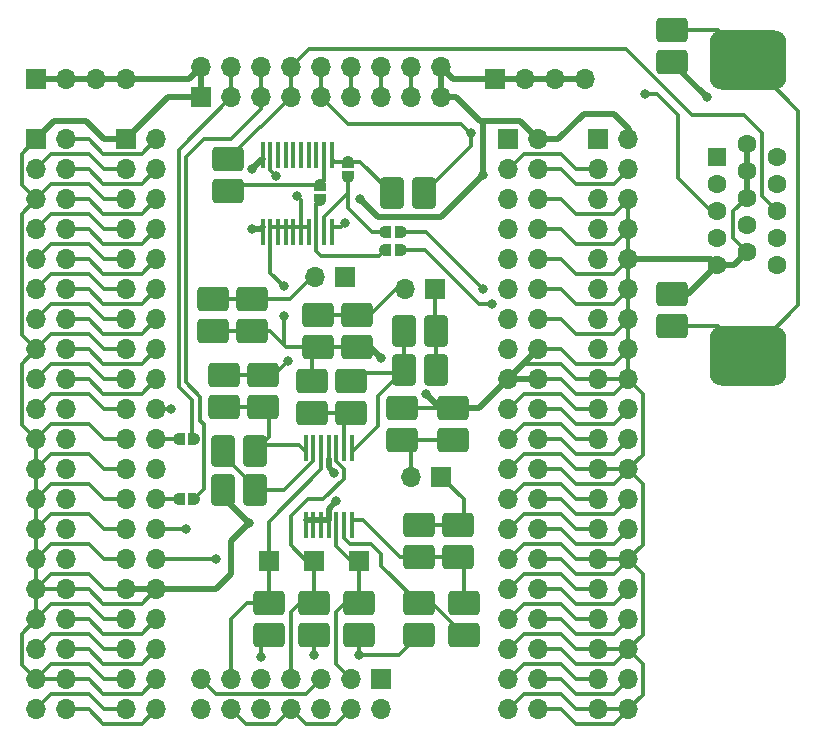
<source format=gtl>
G04 #@! TF.GenerationSoftware,KiCad,Pcbnew,8.0.8*
G04 #@! TF.CreationDate,2025-02-08T14:03:33+10:30*
G04 #@! TF.ProjectId,tt06-vga-interposer,74743036-2d76-4676-912d-696e74657270,rev?*
G04 #@! TF.SameCoordinates,Original*
G04 #@! TF.FileFunction,Copper,L1,Top*
G04 #@! TF.FilePolarity,Positive*
%FSLAX46Y46*%
G04 Gerber Fmt 4.6, Leading zero omitted, Abs format (unit mm)*
G04 Created by KiCad (PCBNEW 8.0.8) date 2025-02-08 14:03:33*
%MOMM*%
%LPD*%
G01*
G04 APERTURE LIST*
G04 Aperture macros list*
%AMRoundRect*
0 Rectangle with rounded corners*
0 $1 Rounding radius*
0 $2 $3 $4 $5 $6 $7 $8 $9 X,Y pos of 4 corners*
0 Add a 4 corners polygon primitive as box body*
4,1,4,$2,$3,$4,$5,$6,$7,$8,$9,$2,$3,0*
0 Add four circle primitives for the rounded corners*
1,1,$1+$1,$2,$3*
1,1,$1+$1,$4,$5*
1,1,$1+$1,$6,$7*
1,1,$1+$1,$8,$9*
0 Add four rect primitives between the rounded corners*
20,1,$1+$1,$2,$3,$4,$5,0*
20,1,$1+$1,$4,$5,$6,$7,0*
20,1,$1+$1,$6,$7,$8,$9,0*
20,1,$1+$1,$8,$9,$2,$3,0*%
%AMFreePoly0*
4,1,17,-0.500000,0.000000,-0.488573,0.106283,-0.438839,0.239624,-0.353553,0.353553,-0.239624,0.438839,-0.106283,0.488573,0.000000,0.500000,0.500000,0.500000,0.500000,-0.500000,0.000000,-0.500000,-0.106283,-0.488573,-0.239624,-0.438839,-0.353553,-0.353553,-0.438839,-0.239624,-0.488573,-0.106283,-0.500000,0.000000,-0.500000,0.000000,-0.500000,0.000000,$1*%
%AMFreePoly1*
4,1,16,-0.500000,0.500000,0.000000,0.500000,0.106283,0.488573,0.239624,0.438839,0.353553,0.353553,0.438839,0.239624,0.488573,0.106283,0.500000,0.000000,0.488573,-0.106283,0.438839,-0.239624,0.353553,-0.353553,0.239624,-0.438839,0.106283,-0.488573,0.000000,-0.500000,-0.500000,-0.500000,-0.500000,0.500000,-0.500000,0.500000,$1*%
G04 Aperture macros list end*
G04 #@! TA.AperFunction,EtchedComponent*
%ADD10C,0.000000*%
G04 #@! TD*
G04 #@! TA.AperFunction,SMDPad,CuDef*
%ADD11RoundRect,0.396226X-0.653774X-0.953774X0.653774X-0.953774X0.653774X0.953774X-0.653774X0.953774X0*%
G04 #@! TD*
G04 #@! TA.AperFunction,SMDPad,CuDef*
%ADD12RoundRect,0.396226X0.953774X-0.653774X0.953774X0.653774X-0.953774X0.653774X-0.953774X-0.653774X0*%
G04 #@! TD*
G04 #@! TA.AperFunction,ComponentPad*
%ADD13R,1.700000X1.700000*%
G04 #@! TD*
G04 #@! TA.AperFunction,ComponentPad*
%ADD14O,1.700000X1.700000*%
G04 #@! TD*
G04 #@! TA.AperFunction,SMDPad,CuDef*
%ADD15RoundRect,0.396226X-0.953774X0.653774X-0.953774X-0.653774X0.953774X-0.653774X0.953774X0.653774X0*%
G04 #@! TD*
G04 #@! TA.AperFunction,SMDPad,CuDef*
%ADD16FreePoly0,90.000000*%
G04 #@! TD*
G04 #@! TA.AperFunction,SMDPad,CuDef*
%ADD17FreePoly1,90.000000*%
G04 #@! TD*
G04 #@! TA.AperFunction,SMDPad,CuDef*
%ADD18FreePoly0,0.000000*%
G04 #@! TD*
G04 #@! TA.AperFunction,SMDPad,CuDef*
%ADD19FreePoly1,0.000000*%
G04 #@! TD*
G04 #@! TA.AperFunction,SMDPad,CuDef*
%ADD20RoundRect,0.100000X0.100000X-1.037500X0.100000X1.037500X-0.100000X1.037500X-0.100000X-1.037500X0*%
G04 #@! TD*
G04 #@! TA.AperFunction,SMDPad,CuDef*
%ADD21C,0.500000*%
G04 #@! TD*
G04 #@! TA.AperFunction,ComponentPad*
%ADD22RoundRect,1.000000X2.250000X-1.500000X2.250000X1.500000X-2.250000X1.500000X-2.250000X-1.500000X0*%
G04 #@! TD*
G04 #@! TA.AperFunction,ComponentPad*
%ADD23R,1.600000X1.600000*%
G04 #@! TD*
G04 #@! TA.AperFunction,ComponentPad*
%ADD24C,1.600000*%
G04 #@! TD*
G04 #@! TA.AperFunction,SMDPad,CuDef*
%ADD25RoundRect,0.396226X0.653774X0.953774X-0.653774X0.953774X-0.653774X-0.953774X0.653774X-0.953774X0*%
G04 #@! TD*
G04 #@! TA.AperFunction,ViaPad*
%ADD26C,0.800000*%
G04 #@! TD*
G04 #@! TA.AperFunction,Conductor*
%ADD27C,0.350000*%
G04 #@! TD*
G04 #@! TA.AperFunction,Conductor*
%ADD28C,0.500000*%
G04 #@! TD*
G04 APERTURE END LIST*
D10*
G04 #@! TA.AperFunction,EtchedComponent*
G36*
X114419000Y-47875000D02*
G01*
X113419000Y-47875000D01*
X113419000Y-47375000D01*
X114419000Y-47375000D01*
X114419000Y-47875000D01*
G37*
G04 #@! TD.AperFunction*
D11*
X106727000Y-68707000D03*
X109427000Y-68707000D03*
D12*
X107950000Y-84535000D03*
X107950000Y-81835000D03*
D13*
X99060000Y-84836000D03*
X109347000Y-61849000D03*
D14*
X106807000Y-61849000D03*
D13*
X75565000Y-44069000D03*
D14*
X78105000Y-44069000D03*
X80645000Y-44069000D03*
X83185000Y-44069000D03*
D15*
X107950000Y-88439000D03*
X107950000Y-91139000D03*
X95250000Y-88439000D03*
X95250000Y-91139000D03*
D12*
X102235000Y-72343000D03*
X102235000Y-69643000D03*
D13*
X104780000Y-94869000D03*
D14*
X104780000Y-97409000D03*
X102240000Y-94869000D03*
X102240000Y-97409000D03*
X99700000Y-94869000D03*
X99700000Y-97409000D03*
X97160000Y-94869000D03*
X97160000Y-97409000D03*
X94620000Y-94869000D03*
X94620000Y-97409000D03*
X92080000Y-94869000D03*
X92080000Y-97409000D03*
X89540000Y-94869000D03*
X89540000Y-97409000D03*
D12*
X99441000Y-66755000D03*
X99441000Y-64055000D03*
D16*
X101981000Y-52339000D03*
D17*
X101981000Y-51039000D03*
D18*
X105141000Y-58547000D03*
D19*
X106441000Y-58547000D03*
D18*
X87630000Y-79629000D03*
D19*
X88930000Y-79629000D03*
D12*
X91440000Y-71835000D03*
X91440000Y-69135000D03*
D11*
X91360000Y-75565000D03*
X94060000Y-75565000D03*
D12*
X111252000Y-84535000D03*
X111252000Y-81835000D03*
D18*
X105141000Y-57023000D03*
D19*
X106441000Y-57023000D03*
D11*
X106727000Y-65405000D03*
X109427000Y-65405000D03*
D15*
X110871000Y-71929000D03*
X110871000Y-74629000D03*
D12*
X91821000Y-53547000D03*
X91821000Y-50847000D03*
D13*
X101727000Y-60833000D03*
D14*
X99187000Y-60833000D03*
D20*
X98380000Y-81776500D03*
X99030000Y-81776500D03*
X99680000Y-81776500D03*
X100330000Y-81776500D03*
X100980000Y-81776500D03*
X101630000Y-81776500D03*
X102280000Y-81776500D03*
X102280000Y-75251500D03*
X101630000Y-75251500D03*
X100980000Y-75251500D03*
X100330000Y-75251500D03*
X99680000Y-75251500D03*
X99030000Y-75251500D03*
X98380000Y-75251500D03*
D12*
X98933000Y-72343000D03*
X98933000Y-69643000D03*
D15*
X102870000Y-88439000D03*
X102870000Y-91139000D03*
D13*
X89535000Y-45593000D03*
D14*
X89535000Y-43053000D03*
X92075000Y-45593000D03*
X92075000Y-43053000D03*
X94615000Y-45593000D03*
X94615000Y-43053000D03*
X97155000Y-45593000D03*
X97155000Y-43053000D03*
X99695000Y-45593000D03*
X99695000Y-43053000D03*
X102235000Y-45593000D03*
X102235000Y-43053000D03*
X104775000Y-45593000D03*
X104775000Y-43053000D03*
X107315000Y-45593000D03*
X107315000Y-43053000D03*
X109855000Y-45593000D03*
X109855000Y-43053000D03*
D13*
X102870000Y-84836000D03*
X114427000Y-44069000D03*
D14*
X116967000Y-44069000D03*
X119507000Y-44069000D03*
X122047000Y-44069000D03*
D12*
X93853000Y-65405000D03*
X93853000Y-62705000D03*
D15*
X106553000Y-71929000D03*
X106553000Y-74629000D03*
D12*
X111760000Y-91139000D03*
X111760000Y-88439000D03*
X90551000Y-65405000D03*
X90551000Y-62705000D03*
D13*
X123185000Y-49149000D03*
D14*
X125725000Y-49149000D03*
X123185000Y-51689000D03*
X125725000Y-51689000D03*
X123185000Y-54229000D03*
X125725000Y-54229000D03*
X123185000Y-56769000D03*
X125725000Y-56769000D03*
X123185000Y-59309000D03*
X125725000Y-59309000D03*
X123185000Y-61849000D03*
X125725000Y-61849000D03*
X123185000Y-64389000D03*
X125725000Y-64389000D03*
X123185000Y-66929000D03*
X125725000Y-66929000D03*
X123185000Y-69469000D03*
X125725000Y-69469000D03*
X123185000Y-72009000D03*
X125725000Y-72009000D03*
X123185000Y-74549000D03*
X125725000Y-74549000D03*
X123185000Y-77089000D03*
X125725000Y-77089000D03*
X123185000Y-79629000D03*
X125725000Y-79629000D03*
X123185000Y-82169000D03*
X125725000Y-82169000D03*
X123185000Y-84709000D03*
X125725000Y-84709000D03*
X123185000Y-87249000D03*
X125725000Y-87249000D03*
X123185000Y-89789000D03*
X125725000Y-89789000D03*
X123185000Y-92329000D03*
X125725000Y-92329000D03*
X123185000Y-94869000D03*
X125725000Y-94869000D03*
X123185000Y-97409000D03*
X125725000Y-97409000D03*
D12*
X129413000Y-64977000D03*
X129413000Y-62277000D03*
D13*
X83185000Y-49149000D03*
D14*
X85725000Y-49149000D03*
X83185000Y-51689000D03*
X85725000Y-51689000D03*
X83185000Y-54229000D03*
X85725000Y-54229000D03*
X83185000Y-56769000D03*
X85725000Y-56769000D03*
X83185000Y-59309000D03*
X85725000Y-59309000D03*
X83185000Y-61849000D03*
X85725000Y-61849000D03*
X83185000Y-64389000D03*
X85725000Y-64389000D03*
X83185000Y-66929000D03*
X85725000Y-66929000D03*
X83185000Y-69469000D03*
X85725000Y-69469000D03*
X83185000Y-72009000D03*
X85725000Y-72009000D03*
X83185000Y-74549000D03*
X85725000Y-74549000D03*
X83185000Y-77089000D03*
X85725000Y-77089000D03*
X83185000Y-79629000D03*
X85725000Y-79629000D03*
X83185000Y-82169000D03*
X85725000Y-82169000D03*
X83185000Y-84709000D03*
X85725000Y-84709000D03*
X83185000Y-87249000D03*
X85725000Y-87249000D03*
X83185000Y-89789000D03*
X85725000Y-89789000D03*
X83185000Y-92329000D03*
X85725000Y-92329000D03*
X83185000Y-94869000D03*
X85725000Y-94869000D03*
X83185000Y-97409000D03*
X85725000Y-97409000D03*
D16*
X99624000Y-54302500D03*
D17*
X99624000Y-53002500D03*
D13*
X109855000Y-77724000D03*
D14*
X107315000Y-77724000D03*
D21*
X113419000Y-47625000D03*
X114419000Y-47625000D03*
D12*
X102743000Y-66755000D03*
X102743000Y-64055000D03*
D20*
X94738000Y-56983500D03*
X95388000Y-56983500D03*
X96038000Y-56983500D03*
X96688000Y-56983500D03*
X97338000Y-56983500D03*
X97988000Y-56983500D03*
X98638000Y-56983500D03*
X99288000Y-56983500D03*
X99938000Y-56983500D03*
X100588000Y-56983500D03*
X100588000Y-50458500D03*
X99938000Y-50458500D03*
X99288000Y-50458500D03*
X98638000Y-50458500D03*
X97988000Y-50458500D03*
X97338000Y-50458500D03*
X96688000Y-50458500D03*
X96038000Y-50458500D03*
X95388000Y-50458500D03*
X94738000Y-50458500D03*
D13*
X95250000Y-84836000D03*
D11*
X105711000Y-53721000D03*
X108411000Y-53721000D03*
D18*
X87630000Y-74549000D03*
D19*
X88930000Y-74549000D03*
D22*
X135833000Y-67474000D03*
X135833000Y-42474000D03*
D23*
X133223000Y-50659000D03*
D24*
X133223000Y-52949000D03*
X133223000Y-55239000D03*
X133223000Y-57529000D03*
X133223000Y-59819000D03*
X135763000Y-49514000D03*
X135763000Y-51804000D03*
X135763000Y-54094000D03*
X135763000Y-56384000D03*
X135763000Y-58674000D03*
X138303000Y-50659000D03*
X138303000Y-52949000D03*
X138303000Y-55239000D03*
X138303000Y-57529000D03*
X138303000Y-59819000D03*
D15*
X129413000Y-39925000D03*
X129413000Y-42625000D03*
D12*
X94742000Y-71835000D03*
X94742000Y-69135000D03*
D25*
X94060000Y-78867000D03*
X91360000Y-78867000D03*
D15*
X99060000Y-88439000D03*
X99060000Y-91139000D03*
D13*
X115565000Y-49149000D03*
D14*
X118105000Y-49149000D03*
X115565000Y-51689000D03*
X118105000Y-51689000D03*
X115565000Y-54229000D03*
X118105000Y-54229000D03*
X115565000Y-56769000D03*
X118105000Y-56769000D03*
X115565000Y-59309000D03*
X118105000Y-59309000D03*
X115565000Y-61849000D03*
X118105000Y-61849000D03*
X115565000Y-64389000D03*
X118105000Y-64389000D03*
X115565000Y-66929000D03*
X118105000Y-66929000D03*
X115565000Y-69469000D03*
X118105000Y-69469000D03*
X115565000Y-72009000D03*
X118105000Y-72009000D03*
X115565000Y-74549000D03*
X118105000Y-74549000D03*
X115565000Y-77089000D03*
X118105000Y-77089000D03*
X115565000Y-79629000D03*
X118105000Y-79629000D03*
X115565000Y-82169000D03*
X118105000Y-82169000D03*
X115565000Y-84709000D03*
X118105000Y-84709000D03*
X115565000Y-87249000D03*
X118105000Y-87249000D03*
X115565000Y-89789000D03*
X118105000Y-89789000D03*
X115565000Y-92329000D03*
X118105000Y-92329000D03*
X115565000Y-94869000D03*
X118105000Y-94869000D03*
X115565000Y-97409000D03*
X118105000Y-97409000D03*
D13*
X75565000Y-49149000D03*
D14*
X78105000Y-49149000D03*
X75565000Y-51689000D03*
X78105000Y-51689000D03*
X75565000Y-54229000D03*
X78105000Y-54229000D03*
X75565000Y-56769000D03*
X78105000Y-56769000D03*
X75565000Y-59309000D03*
X78105000Y-59309000D03*
X75565000Y-61849000D03*
X78105000Y-61849000D03*
X75565000Y-64389000D03*
X78105000Y-64389000D03*
X75565000Y-66929000D03*
X78105000Y-66929000D03*
X75565000Y-69469000D03*
X78105000Y-69469000D03*
X75565000Y-72009000D03*
X78105000Y-72009000D03*
X75565000Y-74549000D03*
X78105000Y-74549000D03*
X75565000Y-77089000D03*
X78105000Y-77089000D03*
X75565000Y-79629000D03*
X78105000Y-79629000D03*
X75565000Y-82169000D03*
X78105000Y-82169000D03*
X75565000Y-84709000D03*
X78105000Y-84709000D03*
X75565000Y-87249000D03*
X78105000Y-87249000D03*
X75565000Y-89789000D03*
X78105000Y-89789000D03*
X75565000Y-92329000D03*
X78105000Y-92329000D03*
X75565000Y-94869000D03*
X78105000Y-94869000D03*
X75565000Y-97409000D03*
X78105000Y-97409000D03*
D26*
X96520000Y-64135000D03*
X96520000Y-61595000D03*
X97663000Y-53975000D03*
X99060000Y-92824000D03*
X108585000Y-70739000D03*
X102870000Y-92824000D03*
X132334000Y-45593000D03*
X100825000Y-77369269D03*
X101727000Y-56261000D03*
X95885000Y-52264000D03*
X94615000Y-92964000D03*
X93599000Y-81661000D03*
X104775000Y-67691000D03*
X102984000Y-54229000D03*
X93853000Y-56769000D03*
X100965000Y-79784000D03*
X113411000Y-52197000D03*
X93853000Y-51689000D03*
X127127000Y-45339000D03*
X96901000Y-67945000D03*
X112396260Y-48611180D03*
X113411000Y-61849000D03*
X114186000Y-63119000D03*
X88265000Y-82169000D03*
X90805000Y-84709000D03*
X86995000Y-72009000D03*
D27*
X134588000Y-55269000D02*
X135763000Y-54094000D01*
X134588000Y-57499000D02*
X134588000Y-55269000D01*
X135763000Y-58674000D02*
X134588000Y-57499000D01*
D28*
X116581000Y-47625000D02*
X114419000Y-47625000D01*
X118105000Y-49149000D02*
X116581000Y-47625000D01*
X111133000Y-45593000D02*
X113165000Y-47625000D01*
X109855000Y-45593000D02*
X111133000Y-45593000D01*
X113419000Y-52189000D02*
X113419000Y-47625000D01*
X113165000Y-47625000D02*
X113419000Y-47625000D01*
X113411000Y-52197000D02*
X113419000Y-52189000D01*
X125752500Y-48282500D02*
X125752500Y-49171500D01*
X121920000Y-46990000D02*
X124460000Y-46990000D01*
X124460000Y-46990000D02*
X125752500Y-48282500D01*
X118132500Y-49171500D02*
X119738500Y-49171500D01*
X119738500Y-49171500D02*
X121920000Y-46990000D01*
X100330000Y-76874269D02*
X100825000Y-77369269D01*
X100330000Y-76200000D02*
X100330000Y-76874269D01*
X79756000Y-47625000D02*
X81280000Y-49149000D01*
X77089000Y-47625000D02*
X79756000Y-47625000D01*
X75565000Y-49149000D02*
X77089000Y-47625000D01*
X81280000Y-49149000D02*
X83185000Y-49149000D01*
X86741000Y-45593000D02*
X83185000Y-49149000D01*
X89535000Y-45593000D02*
X86741000Y-45593000D01*
D27*
X96520000Y-66548000D02*
X96727000Y-66755000D01*
X96520000Y-64135000D02*
X96520000Y-66548000D01*
X95388000Y-60463000D02*
X96520000Y-61595000D01*
X95388000Y-56583500D02*
X95388000Y-60463000D01*
D28*
X115565000Y-69469000D02*
X118105000Y-66929000D01*
X115565000Y-69469000D02*
X118105000Y-69469000D01*
X85725000Y-87249000D02*
X83185000Y-87249000D01*
D27*
X78105000Y-87249000D02*
X80010000Y-87249000D01*
X99060000Y-91139000D02*
X99060000Y-92824000D01*
D28*
X108585000Y-70739000D02*
X109775000Y-71929000D01*
D27*
X121307500Y-51711500D02*
X123212500Y-51711500D01*
X115592500Y-84731500D02*
X116862500Y-83461500D01*
X120037500Y-50441500D02*
X121307500Y-51711500D01*
X121307500Y-92351500D02*
X123212500Y-92351500D01*
X124527500Y-78336500D02*
X125752500Y-77111500D01*
D28*
X133223000Y-59819000D02*
X134618000Y-59819000D01*
D27*
X121307500Y-97431500D02*
X123212500Y-97431500D01*
X121262500Y-63096500D02*
X124527500Y-63096500D01*
X120037500Y-69491500D02*
X121262500Y-70716500D01*
X121262500Y-93576500D02*
X124527500Y-93576500D01*
X110871000Y-71929000D02*
X106553000Y-71929000D01*
X80010000Y-52959000D02*
X81280000Y-54229000D01*
D28*
X103839000Y-66755000D02*
X104775000Y-67691000D01*
D27*
X120037500Y-97431500D02*
X121262500Y-98656500D01*
X121307500Y-77111500D02*
X123212500Y-77111500D01*
D28*
X102743000Y-66755000D02*
X103839000Y-66755000D01*
X129413000Y-62277000D02*
X130765000Y-62277000D01*
D27*
X75565000Y-74549000D02*
X76835000Y-73279000D01*
X81280000Y-77089000D02*
X83185000Y-77089000D01*
X84500000Y-70694000D02*
X85725000Y-69469000D01*
X121307500Y-69491500D02*
X123212500Y-69491500D01*
X75565000Y-49149000D02*
X74340000Y-50374000D01*
X124527500Y-58016500D02*
X125752500Y-56791500D01*
X116862500Y-91081500D02*
X120037500Y-91081500D01*
X84500000Y-88474000D02*
X85725000Y-87249000D01*
X125725000Y-84709000D02*
X123185000Y-84709000D01*
X120037500Y-61871500D02*
X121262500Y-63096500D01*
X74340000Y-93644000D02*
X75565000Y-94869000D01*
X120037500Y-96161500D02*
X121307500Y-97431500D01*
X126950000Y-91104000D02*
X125725000Y-92329000D01*
X75565000Y-77089000D02*
X76835000Y-75819000D01*
X98933000Y-67263000D02*
X99441000Y-66755000D01*
X120037500Y-64411500D02*
X121262500Y-65636500D01*
X120037500Y-92351500D02*
X121262500Y-93576500D01*
X74340000Y-91014000D02*
X74340000Y-93644000D01*
X74340000Y-53004000D02*
X75565000Y-54229000D01*
X120037500Y-59331500D02*
X121262500Y-60556500D01*
X78105000Y-94869000D02*
X80010000Y-94869000D01*
X80010000Y-88519000D02*
X81280000Y-89789000D01*
X118132500Y-59331500D02*
X120037500Y-59331500D01*
X120037500Y-66951500D02*
X121262500Y-68176500D01*
X121262500Y-98656500D02*
X124527500Y-98656500D01*
X126950000Y-96184000D02*
X125725000Y-97409000D01*
X80010000Y-78359000D02*
X81280000Y-79629000D01*
X125725000Y-77089000D02*
X126950000Y-78314000D01*
X81235000Y-63074000D02*
X84500000Y-63074000D01*
X76835000Y-85979000D02*
X80010000Y-85979000D01*
X118132500Y-66951500D02*
X120037500Y-66951500D01*
D28*
X109775000Y-71929000D02*
X113105000Y-71929000D01*
D27*
X81280000Y-89789000D02*
X83185000Y-89789000D01*
X76835000Y-73279000D02*
X80010000Y-73279000D01*
D28*
X130765000Y-62277000D02*
X133223000Y-59819000D01*
D27*
X124527500Y-93576500D02*
X125752500Y-92351500D01*
X76835000Y-52959000D02*
X80010000Y-52959000D01*
X81280000Y-66929000D02*
X83185000Y-66929000D01*
X75565000Y-74549000D02*
X75565000Y-89789000D01*
X126950000Y-93554000D02*
X126950000Y-96184000D01*
X102870000Y-91139000D02*
X102870000Y-92824000D01*
X124527500Y-65636500D02*
X125752500Y-64411500D01*
X81280000Y-74549000D02*
X83185000Y-74549000D01*
X124527500Y-55476500D02*
X125752500Y-54251500D01*
X126950000Y-70694000D02*
X126950000Y-75864000D01*
X102870000Y-92824000D02*
X106265000Y-92824000D01*
X74340000Y-55454000D02*
X74340000Y-65704000D01*
X126950000Y-78314000D02*
X126950000Y-83484000D01*
X118132500Y-61871500D02*
X120037500Y-61871500D01*
X81280000Y-82169000D02*
X83185000Y-82169000D01*
X120037500Y-54251500D02*
X121262500Y-55476500D01*
X125725000Y-97409000D02*
X123185000Y-97409000D01*
X76835000Y-78359000D02*
X80010000Y-78359000D01*
X93853000Y-65405000D02*
X90551000Y-65405000D01*
X97663000Y-53975000D02*
X97988000Y-54300000D01*
X80010000Y-61849000D02*
X81235000Y-63074000D01*
X80010000Y-83439000D02*
X81280000Y-84709000D01*
X75565000Y-89789000D02*
X76835000Y-88519000D01*
X95377000Y-65405000D02*
X96727000Y-66755000D01*
X81235000Y-88474000D02*
X84500000Y-88474000D01*
X75565000Y-66929000D02*
X76835000Y-65659000D01*
X75565000Y-87249000D02*
X78105000Y-87249000D01*
X121262500Y-65636500D02*
X124527500Y-65636500D01*
X125725000Y-69469000D02*
X123185000Y-69469000D01*
X81280000Y-87249000D02*
X83185000Y-87249000D01*
X120037500Y-68221500D02*
X121307500Y-69491500D01*
D28*
X113105000Y-71929000D02*
X115565000Y-69469000D01*
D27*
X95388000Y-51767000D02*
X95885000Y-52264000D01*
X81280000Y-54229000D02*
X83185000Y-54229000D01*
X118132500Y-92351500D02*
X120037500Y-92351500D01*
X120037500Y-56791500D02*
X121262500Y-58016500D01*
X75565000Y-84709000D02*
X76835000Y-83439000D01*
D28*
X134618000Y-59819000D02*
X135763000Y-58674000D01*
D27*
X121307500Y-84731500D02*
X123212500Y-84731500D01*
D28*
X91360000Y-79422000D02*
X93599000Y-81661000D01*
D27*
X75565000Y-66929000D02*
X74340000Y-68154000D01*
X118132500Y-54251500D02*
X120037500Y-54251500D01*
D28*
X83185000Y-44069000D02*
X88519000Y-44069000D01*
D27*
X76835000Y-93599000D02*
X80010000Y-93599000D01*
X81235000Y-70694000D02*
X84500000Y-70694000D01*
X121262500Y-70716500D02*
X124527500Y-70716500D01*
X116862500Y-50441500D02*
X120037500Y-50441500D01*
X126950000Y-85934000D02*
X126950000Y-91104000D01*
X76835000Y-80899000D02*
X80010000Y-80899000D01*
X124527500Y-85956500D02*
X125752500Y-84731500D01*
X80010000Y-94869000D02*
X81235000Y-96094000D01*
X121262500Y-85956500D02*
X124527500Y-85956500D01*
D28*
X132713000Y-59309000D02*
X133223000Y-59819000D01*
D27*
X84500000Y-96094000D02*
X85725000Y-94869000D01*
X126950000Y-75864000D02*
X125725000Y-77089000D01*
X78105000Y-69469000D02*
X80010000Y-69469000D01*
X120037500Y-91081500D02*
X121307500Y-92351500D01*
X118132500Y-97431500D02*
X120037500Y-97431500D01*
X125725000Y-92329000D02*
X123185000Y-92329000D01*
X118132500Y-77111500D02*
X120037500Y-77111500D01*
X124527500Y-98656500D02*
X125752500Y-97431500D01*
X84500000Y-63074000D02*
X85725000Y-61849000D01*
X116862500Y-83461500D02*
X120037500Y-83461500D01*
X76835000Y-88519000D02*
X80010000Y-88519000D01*
X115592500Y-97431500D02*
X116862500Y-96161500D01*
X118132500Y-69491500D02*
X120037500Y-69491500D01*
X80010000Y-75819000D02*
X81280000Y-77089000D01*
X126950000Y-83484000D02*
X125725000Y-84709000D01*
X118132500Y-64411500D02*
X120037500Y-64411500D01*
X74340000Y-68154000D02*
X74340000Y-73324000D01*
X106265000Y-92824000D02*
X107950000Y-91139000D01*
X125725000Y-54229000D02*
X125725000Y-69469000D01*
D28*
X135763000Y-54094000D02*
X135763000Y-49514000D01*
D27*
X96727000Y-66755000D02*
X99441000Y-66755000D01*
X115592500Y-69491500D02*
X116862500Y-68221500D01*
X80010000Y-65659000D02*
X81280000Y-66929000D01*
X75565000Y-94869000D02*
X76835000Y-93599000D01*
X80010000Y-73279000D02*
X81280000Y-74549000D01*
D28*
X129413000Y-42625000D02*
X129413000Y-42672000D01*
D27*
X80010000Y-93599000D02*
X81280000Y-94869000D01*
X102743000Y-66755000D02*
X99441000Y-66755000D01*
X74340000Y-65704000D02*
X75565000Y-66929000D01*
X125725000Y-77089000D02*
X123185000Y-77089000D01*
X121262500Y-58016500D02*
X124527500Y-58016500D01*
X125725000Y-69469000D02*
X126950000Y-70694000D01*
X121262500Y-60556500D02*
X124527500Y-60556500D01*
D28*
X92075000Y-85979000D02*
X90805000Y-87249000D01*
D27*
X80010000Y-80899000D02*
X81280000Y-82169000D01*
D28*
X75565000Y-44069000D02*
X83185000Y-44069000D01*
D27*
X95250000Y-91139000D02*
X94615000Y-91774000D01*
X97988000Y-54300000D02*
X97988000Y-56583500D01*
D28*
X92075000Y-83185000D02*
X92075000Y-85979000D01*
D27*
X81280000Y-94869000D02*
X83185000Y-94869000D01*
X121262500Y-68176500D02*
X124527500Y-68176500D01*
X76835000Y-75819000D02*
X80010000Y-75819000D01*
X80010000Y-85979000D02*
X81280000Y-87249000D01*
D28*
X90805000Y-87249000D02*
X85725000Y-87249000D01*
D27*
X124527500Y-68176500D02*
X125752500Y-66951500D01*
X125725000Y-84709000D02*
X126950000Y-85934000D01*
X121262500Y-55476500D02*
X124527500Y-55476500D01*
X118132500Y-84731500D02*
X120037500Y-84731500D01*
X125725000Y-92329000D02*
X126950000Y-93554000D01*
X120037500Y-84731500D02*
X121262500Y-85956500D01*
X124527500Y-63096500D02*
X125752500Y-61871500D01*
X75565000Y-82169000D02*
X76835000Y-80899000D01*
X81280000Y-79629000D02*
X83185000Y-79629000D01*
D28*
X93599000Y-81661000D02*
X92075000Y-83185000D01*
D27*
X95388000Y-50858500D02*
X95388000Y-51767000D01*
X75565000Y-79629000D02*
X76835000Y-78359000D01*
X120037500Y-77111500D02*
X121262500Y-78336500D01*
X116862500Y-75841500D02*
X120037500Y-75841500D01*
X75565000Y-54229000D02*
X76835000Y-52959000D01*
X120037500Y-75841500D02*
X121307500Y-77111500D01*
X74340000Y-50374000D02*
X74340000Y-53004000D01*
X75565000Y-89789000D02*
X74340000Y-91014000D01*
D28*
X125725000Y-59309000D02*
X132713000Y-59309000D01*
D27*
X118132500Y-56791500D02*
X120037500Y-56791500D01*
X115592500Y-77111500D02*
X116862500Y-75841500D01*
X76835000Y-83439000D02*
X80010000Y-83439000D01*
D28*
X129413000Y-42672000D02*
X132334000Y-45593000D01*
D27*
X101404500Y-56583500D02*
X101727000Y-56261000D01*
D28*
X91360000Y-78867000D02*
X91360000Y-79422000D01*
D27*
X80010000Y-87249000D02*
X81235000Y-88474000D01*
D28*
X88519000Y-44069000D02*
X89535000Y-43053000D01*
D27*
X78105000Y-61849000D02*
X80010000Y-61849000D01*
X81280000Y-84709000D02*
X83185000Y-84709000D01*
X95388000Y-56583500D02*
X98638000Y-56583500D01*
X120037500Y-83461500D02*
X121307500Y-84731500D01*
X115592500Y-51711500D02*
X116862500Y-50441500D01*
X75565000Y-94869000D02*
X78105000Y-94869000D01*
X121262500Y-78336500D02*
X124527500Y-78336500D01*
X124527500Y-70716500D02*
X125752500Y-69491500D01*
X124527500Y-60556500D02*
X125752500Y-59331500D01*
X80010000Y-69469000D02*
X81235000Y-70694000D01*
X116862500Y-68221500D02*
X120037500Y-68221500D01*
X115592500Y-92351500D02*
X116862500Y-91081500D01*
X116862500Y-96161500D02*
X120037500Y-96161500D01*
X76835000Y-65659000D02*
X80010000Y-65659000D01*
X100588000Y-56583500D02*
X101404500Y-56583500D01*
X81235000Y-96094000D02*
X84500000Y-96094000D01*
X75565000Y-54229000D02*
X74340000Y-55454000D01*
X74340000Y-73324000D02*
X75565000Y-74549000D01*
X94615000Y-91774000D02*
X94615000Y-92964000D01*
X93853000Y-65405000D02*
X95377000Y-65405000D01*
D28*
X89535000Y-45593000D02*
X89535000Y-43053000D01*
D27*
X75565000Y-87249000D02*
X76835000Y-85979000D01*
X98933000Y-69643000D02*
X98933000Y-67263000D01*
D28*
X114427000Y-44069000D02*
X110871000Y-44069000D01*
X100330000Y-81376500D02*
X100330000Y-80419000D01*
X102984000Y-54229000D02*
X104508000Y-55753000D01*
X110871000Y-44069000D02*
X109855000Y-43053000D01*
X94552500Y-56769000D02*
X94738000Y-56583500D01*
X109855000Y-45593000D02*
X109855000Y-43053000D01*
X114427000Y-44069000D02*
X122047000Y-44069000D01*
X98380000Y-81376500D02*
X100330000Y-81376500D01*
X100330000Y-80419000D02*
X100965000Y-79784000D01*
X93853000Y-56769000D02*
X94552500Y-56769000D01*
X109855000Y-55753000D02*
X113411000Y-52197000D01*
X94738000Y-50858500D02*
X94683500Y-50858500D01*
X94683500Y-50858500D02*
X93853000Y-51689000D01*
X104508000Y-55753000D02*
X109855000Y-55753000D01*
D27*
X97155000Y-83536261D02*
X97155000Y-81044239D01*
X99060000Y-88439000D02*
X97875000Y-88439000D01*
X101600000Y-77879000D02*
X101600000Y-77033522D01*
X97155000Y-81044239D02*
X98570239Y-79629000D01*
X101600000Y-77033522D02*
X100980000Y-76413522D01*
X97875000Y-88439000D02*
X97160000Y-89154000D01*
X98570239Y-79629000D02*
X99850000Y-79629000D01*
X100980000Y-76413522D02*
X100980000Y-75651500D01*
X97160000Y-89154000D02*
X97160000Y-94869000D01*
X98454739Y-84836000D02*
X97155000Y-83536261D01*
X99850000Y-79629000D02*
X101600000Y-77879000D01*
X99060000Y-84836000D02*
X99060000Y-88439000D01*
X99060000Y-84836000D02*
X98454739Y-84836000D01*
X101981000Y-54991000D02*
X104013000Y-57023000D01*
X101981000Y-53721000D02*
X101981000Y-52339000D01*
X101981000Y-52339000D02*
X101981000Y-54991000D01*
X99938000Y-55764000D02*
X101981000Y-53721000D01*
X104013000Y-57023000D02*
X105141000Y-57023000D01*
X99938000Y-56583500D02*
X99938000Y-55764000D01*
X95250000Y-81534000D02*
X99680000Y-77104000D01*
X92080000Y-89784000D02*
X92080000Y-94869000D01*
X99680000Y-77104000D02*
X99680000Y-75651500D01*
X95250000Y-84836000D02*
X95250000Y-88439000D01*
X93425000Y-88439000D02*
X92080000Y-89784000D01*
X95250000Y-88439000D02*
X93425000Y-88439000D01*
X95250000Y-84836000D02*
X95250000Y-81534000D01*
X101695000Y-88439000D02*
X100980000Y-89154000D01*
X102870000Y-88439000D02*
X101695000Y-88439000D01*
X100980000Y-81376500D02*
X100980000Y-83581000D01*
X102870000Y-88439000D02*
X102870000Y-84836000D01*
X100980000Y-89154000D02*
X100980000Y-93609000D01*
X100980000Y-93609000D02*
X102240000Y-94869000D01*
X100980000Y-83581000D02*
X102235000Y-84836000D01*
X102235000Y-84836000D02*
X102870000Y-84836000D01*
X105141000Y-58547000D02*
X104633000Y-59055000D01*
X99695000Y-59055000D02*
X99288000Y-58648000D01*
X104633000Y-59055000D02*
X99695000Y-59055000D01*
X99288000Y-58648000D02*
X99288000Y-56583500D01*
X99288000Y-56583500D02*
X99288000Y-54638500D01*
X99288000Y-54638500D02*
X99624000Y-54302500D01*
X111760000Y-79629000D02*
X109855000Y-77724000D01*
X107950000Y-81835000D02*
X111252000Y-81835000D01*
X107315000Y-45593000D02*
X107315000Y-43053000D01*
X111252000Y-81835000D02*
X111760000Y-81327000D01*
X111760000Y-81327000D02*
X111760000Y-79629000D01*
X95711000Y-69135000D02*
X94742000Y-69135000D01*
X129921000Y-47117000D02*
X129921000Y-52445000D01*
X96901000Y-67945000D02*
X95711000Y-69135000D01*
X102235000Y-45593000D02*
X102235000Y-43053000D01*
X129921000Y-52445000D02*
X132715000Y-55239000D01*
X132715000Y-55239000D02*
X133223000Y-55239000D01*
X127127000Y-45339000D02*
X128143000Y-45339000D01*
X94742000Y-69135000D02*
X91440000Y-69135000D01*
X128143000Y-45339000D02*
X129921000Y-47117000D01*
X109347000Y-65325000D02*
X109427000Y-65405000D01*
X104775000Y-45593000D02*
X104775000Y-43053000D01*
X109427000Y-68707000D02*
X109427000Y-65405000D01*
X109347000Y-61849000D02*
X109347000Y-65325000D01*
X112342000Y-48641000D02*
X111580000Y-47879000D01*
X112396260Y-48611180D02*
X112371820Y-48611180D01*
X101981000Y-47879000D02*
X99695000Y-45593000D01*
X108411000Y-53721000D02*
X112396260Y-49735740D01*
X112371820Y-48611180D02*
X112342000Y-48641000D01*
X112396260Y-49735740D02*
X112396260Y-48611180D01*
X111580000Y-47879000D02*
X101981000Y-47879000D01*
X99695000Y-45593000D02*
X99695000Y-43053000D01*
X98679000Y-41529000D02*
X125476000Y-41529000D01*
X125476000Y-41529000D02*
X131064000Y-47117000D01*
X94615000Y-48133000D02*
X97155000Y-45593000D01*
X137033000Y-53969000D02*
X138303000Y-55239000D01*
X131064000Y-47117000D02*
X135509000Y-47117000D01*
X137033000Y-48641000D02*
X137033000Y-53969000D01*
X91821000Y-50847000D02*
X94535000Y-48133000D01*
X135509000Y-47117000D02*
X137033000Y-48641000D01*
X97155000Y-45593000D02*
X97155000Y-43053000D01*
X94535000Y-48133000D02*
X94615000Y-48133000D01*
X97155000Y-43053000D02*
X98679000Y-41529000D01*
X87630000Y-50038000D02*
X87630000Y-70104000D01*
X92075000Y-45593000D02*
X87630000Y-50038000D01*
X88773000Y-71247000D02*
X88773000Y-74392000D01*
X88773000Y-74392000D02*
X88930000Y-74549000D01*
X92075000Y-45593000D02*
X92075000Y-43053000D01*
X87630000Y-70104000D02*
X88773000Y-71247000D01*
X103949500Y-83439000D02*
X104775000Y-84264500D01*
X111760000Y-91139000D02*
X109060000Y-88439000D01*
X102130478Y-83439000D02*
X103949500Y-83439000D01*
X104775000Y-85264000D02*
X107950000Y-88439000D01*
X101630000Y-82938522D02*
X102130478Y-83439000D01*
X109060000Y-88439000D02*
X107950000Y-88439000D01*
X104775000Y-84264500D02*
X104775000Y-85264000D01*
X101630000Y-81376500D02*
X101630000Y-82938522D01*
X106379000Y-84535000D02*
X107950000Y-84535000D01*
X107950000Y-84535000D02*
X111252000Y-84535000D01*
X103220500Y-81376500D02*
X106379000Y-84535000D01*
X111252000Y-84535000D02*
X111760000Y-85043000D01*
X111760000Y-85043000D02*
X111760000Y-88439000D01*
X102280000Y-81376500D02*
X103220500Y-81376500D01*
X80010000Y-70739000D02*
X81280000Y-72009000D01*
X81280000Y-72009000D02*
X83185000Y-72009000D01*
X76835000Y-70739000D02*
X80010000Y-70739000D01*
X75565000Y-72009000D02*
X76835000Y-70739000D01*
X81235000Y-60534000D02*
X84500000Y-60534000D01*
X78105000Y-59309000D02*
X80010000Y-59309000D01*
X84500000Y-60534000D02*
X85725000Y-59309000D01*
X80010000Y-59309000D02*
X81235000Y-60534000D01*
X81235000Y-65614000D02*
X84500000Y-65614000D01*
X78105000Y-64389000D02*
X80010000Y-64389000D01*
X84500000Y-65614000D02*
X85725000Y-64389000D01*
X80010000Y-64389000D02*
X81235000Y-65614000D01*
X84500000Y-68154000D02*
X85725000Y-66929000D01*
X78105000Y-66929000D02*
X80010000Y-66929000D01*
X81235000Y-68154000D02*
X84500000Y-68154000D01*
X80010000Y-66929000D02*
X81235000Y-68154000D01*
X81235000Y-57994000D02*
X84500000Y-57994000D01*
X84500000Y-57994000D02*
X85725000Y-56769000D01*
X78105000Y-56769000D02*
X80010000Y-56769000D01*
X80010000Y-56769000D02*
X81235000Y-57994000D01*
X80010000Y-49149000D02*
X81235000Y-50374000D01*
X84500000Y-50374000D02*
X85725000Y-49149000D01*
X81235000Y-50374000D02*
X84500000Y-50374000D01*
X78105000Y-49149000D02*
X80010000Y-49149000D01*
X76835000Y-63119000D02*
X80010000Y-63119000D01*
X81280000Y-64389000D02*
X83185000Y-64389000D01*
X80010000Y-63119000D02*
X81280000Y-64389000D01*
X75565000Y-64389000D02*
X76835000Y-63119000D01*
X75565000Y-92329000D02*
X76835000Y-91059000D01*
X80010000Y-91059000D02*
X81280000Y-92329000D01*
X76835000Y-91059000D02*
X80010000Y-91059000D01*
X81280000Y-92329000D02*
X83185000Y-92329000D01*
X78105000Y-92329000D02*
X80010000Y-92329000D01*
X80010000Y-92329000D02*
X81235000Y-93554000D01*
X84500000Y-93554000D02*
X85725000Y-92329000D01*
X81235000Y-93554000D02*
X84500000Y-93554000D01*
X78105000Y-89789000D02*
X80010000Y-89789000D01*
X81235000Y-91014000D02*
X84500000Y-91014000D01*
X84500000Y-91014000D02*
X85725000Y-89789000D01*
X80010000Y-89789000D02*
X81235000Y-91014000D01*
X76835000Y-60579000D02*
X80010000Y-60579000D01*
X75565000Y-61849000D02*
X76835000Y-60579000D01*
X81280000Y-61849000D02*
X83185000Y-61849000D01*
X80010000Y-60579000D02*
X81280000Y-61849000D01*
X84500000Y-98634000D02*
X85725000Y-97409000D01*
X78105000Y-97409000D02*
X80010000Y-97409000D01*
X80010000Y-97409000D02*
X81235000Y-98634000D01*
X81235000Y-98634000D02*
X84500000Y-98634000D01*
X76835000Y-68199000D02*
X80010000Y-68199000D01*
X80010000Y-68199000D02*
X81280000Y-69469000D01*
X81280000Y-69469000D02*
X83185000Y-69469000D01*
X75565000Y-69469000D02*
X76835000Y-68199000D01*
X80010000Y-55499000D02*
X81280000Y-56769000D01*
X81280000Y-56769000D02*
X83185000Y-56769000D01*
X75565000Y-56769000D02*
X76835000Y-55499000D01*
X76835000Y-55499000D02*
X80010000Y-55499000D01*
X76835000Y-96139000D02*
X80010000Y-96139000D01*
X80010000Y-96139000D02*
X81280000Y-97409000D01*
X75565000Y-97409000D02*
X76835000Y-96139000D01*
X81280000Y-97409000D02*
X83185000Y-97409000D01*
X80010000Y-51689000D02*
X81235000Y-52914000D01*
X84500000Y-52914000D02*
X85725000Y-51689000D01*
X81235000Y-52914000D02*
X84500000Y-52914000D01*
X78105000Y-51689000D02*
X80010000Y-51689000D01*
X81235000Y-55454000D02*
X84500000Y-55454000D01*
X78105000Y-54229000D02*
X80010000Y-54229000D01*
X84500000Y-55454000D02*
X85725000Y-54229000D01*
X80010000Y-54229000D02*
X81235000Y-55454000D01*
X80010000Y-58039000D02*
X81280000Y-59309000D01*
X76835000Y-58039000D02*
X80010000Y-58039000D01*
X81280000Y-59309000D02*
X83185000Y-59309000D01*
X75565000Y-59309000D02*
X76835000Y-58039000D01*
X76835000Y-50419000D02*
X80010000Y-50419000D01*
X80010000Y-50419000D02*
X81280000Y-51689000D01*
X75565000Y-51689000D02*
X76835000Y-50419000D01*
X81280000Y-51689000D02*
X83185000Y-51689000D01*
X118132500Y-74571500D02*
X120037500Y-74571500D01*
X124527500Y-75796500D02*
X125752500Y-74571500D01*
X120037500Y-74571500D02*
X121262500Y-75796500D01*
X121262500Y-75796500D02*
X124527500Y-75796500D01*
X120037500Y-94891500D02*
X121262500Y-96116500D01*
X121262500Y-96116500D02*
X124527500Y-96116500D01*
X118132500Y-94891500D02*
X120037500Y-94891500D01*
X124527500Y-96116500D02*
X125752500Y-94891500D01*
X121307500Y-87271500D02*
X123212500Y-87271500D01*
X115592500Y-87271500D02*
X116862500Y-86001500D01*
X116862500Y-86001500D02*
X120037500Y-86001500D01*
X120037500Y-86001500D02*
X121307500Y-87271500D01*
X108585000Y-57023000D02*
X113411000Y-61849000D01*
X120037500Y-79651500D02*
X121262500Y-80876500D01*
X118132500Y-79651500D02*
X120037500Y-79651500D01*
X106441000Y-57023000D02*
X108585000Y-57023000D01*
X124527500Y-80876500D02*
X125752500Y-79651500D01*
X121262500Y-80876500D02*
X124527500Y-80876500D01*
X121307500Y-72031500D02*
X123212500Y-72031500D01*
X120037500Y-70761500D02*
X121307500Y-72031500D01*
X116862500Y-70761500D02*
X120037500Y-70761500D01*
X115592500Y-72031500D02*
X116862500Y-70761500D01*
X121262500Y-73256500D02*
X124527500Y-73256500D01*
X108495000Y-58547000D02*
X113067000Y-63119000D01*
X106441000Y-58547000D02*
X108495000Y-58547000D01*
X118132500Y-72031500D02*
X120037500Y-72031500D01*
X120037500Y-72031500D02*
X121262500Y-73256500D01*
X124527500Y-73256500D02*
X125752500Y-72031500D01*
X113067000Y-63119000D02*
X114186000Y-63119000D01*
X124527500Y-88496500D02*
X125752500Y-87271500D01*
X121262500Y-88496500D02*
X124527500Y-88496500D01*
X120037500Y-87271500D02*
X121262500Y-88496500D01*
X118132500Y-87271500D02*
X120037500Y-87271500D01*
X121262500Y-52936500D02*
X124527500Y-52936500D01*
X124527500Y-52936500D02*
X125752500Y-51711500D01*
X120037500Y-51711500D02*
X121262500Y-52936500D01*
X118132500Y-51711500D02*
X120037500Y-51711500D01*
X120037500Y-73301500D02*
X121307500Y-74571500D01*
X115592500Y-74571500D02*
X116862500Y-73301500D01*
X121307500Y-74571500D02*
X123212500Y-74571500D01*
X116862500Y-73301500D02*
X120037500Y-73301500D01*
X116862500Y-78381500D02*
X120037500Y-78381500D01*
X115592500Y-79651500D02*
X116862500Y-78381500D01*
X121307500Y-79651500D02*
X123212500Y-79651500D01*
X120037500Y-78381500D02*
X121307500Y-79651500D01*
X121307500Y-89811500D02*
X123212500Y-89811500D01*
X120037500Y-88541500D02*
X121307500Y-89811500D01*
X116862500Y-88541500D02*
X120037500Y-88541500D01*
X115592500Y-89811500D02*
X116862500Y-88541500D01*
X121307500Y-94891500D02*
X123212500Y-94891500D01*
X120037500Y-93621500D02*
X121307500Y-94891500D01*
X116862500Y-93621500D02*
X120037500Y-93621500D01*
X115592500Y-94891500D02*
X116862500Y-93621500D01*
X115592500Y-82191500D02*
X116862500Y-80921500D01*
X121307500Y-82191500D02*
X123212500Y-82191500D01*
X116862500Y-80921500D02*
X120037500Y-80921500D01*
X120037500Y-80921500D02*
X121307500Y-82191500D01*
X120037500Y-82191500D02*
X121262500Y-83416500D01*
X121262500Y-83416500D02*
X124527500Y-83416500D01*
X118132500Y-82191500D02*
X120037500Y-82191500D01*
X124527500Y-83416500D02*
X125752500Y-82191500D01*
X121262500Y-91036500D02*
X124527500Y-91036500D01*
X118132500Y-89811500D02*
X120037500Y-89811500D01*
X124527500Y-91036500D02*
X125752500Y-89811500D01*
X120037500Y-89811500D02*
X121262500Y-91036500D01*
X87630000Y-79629000D02*
X85725000Y-79629000D01*
X89540000Y-94869000D02*
X90810000Y-96139000D01*
X90810000Y-96139000D02*
X98430000Y-96139000D01*
X85725000Y-82169000D02*
X88265000Y-82169000D01*
X98430000Y-96139000D02*
X99700000Y-94869000D01*
X85725000Y-84709000D02*
X90805000Y-84709000D01*
X93350000Y-98679000D02*
X95890000Y-98679000D01*
X100970000Y-98679000D02*
X102240000Y-97409000D01*
X85725000Y-72009000D02*
X86995000Y-72009000D01*
X98430000Y-98679000D02*
X100970000Y-98679000D01*
X92080000Y-97409000D02*
X93350000Y-98679000D01*
X97160000Y-97409000D02*
X98430000Y-98679000D01*
X95890000Y-98679000D02*
X97160000Y-97409000D01*
X87630000Y-74549000D02*
X85725000Y-74549000D01*
X89789000Y-49149000D02*
X92075000Y-49149000D01*
X89805000Y-78754000D02*
X89805000Y-73295000D01*
X94615000Y-46609000D02*
X94615000Y-45593000D01*
X92075000Y-49149000D02*
X94615000Y-46609000D01*
X88930000Y-79629000D02*
X89805000Y-78754000D01*
X94615000Y-45593000D02*
X94615000Y-43053000D01*
X89480000Y-70938000D02*
X88265000Y-69723000D01*
X89480000Y-72970000D02*
X89480000Y-70938000D01*
X89805000Y-73295000D02*
X89480000Y-72970000D01*
X88265000Y-50673000D02*
X89789000Y-49149000D01*
X88265000Y-69723000D02*
X88265000Y-50673000D01*
X91821000Y-53547000D02*
X92329000Y-53039000D01*
X99938000Y-52688500D02*
X99938000Y-50858500D01*
X99624000Y-53002500D02*
X99938000Y-52688500D01*
X92329000Y-53039000D02*
X99587500Y-53039000D01*
X99587500Y-53039000D02*
X99624000Y-53002500D01*
X107315000Y-77724000D02*
X107315000Y-75391000D01*
X107315000Y-75391000D02*
X106553000Y-74629000D01*
X106553000Y-74629000D02*
X110871000Y-74629000D01*
X101630000Y-72948000D02*
X102235000Y-72343000D01*
X98933000Y-72343000D02*
X102235000Y-72343000D01*
X101630000Y-75651500D02*
X101630000Y-72948000D01*
X106727000Y-68707000D02*
X106727000Y-65405000D01*
X106727000Y-68707000D02*
X104521000Y-70913000D01*
X104521000Y-73410500D02*
X102280000Y-75651500D01*
X106473000Y-68961000D02*
X102917000Y-68961000D01*
X102917000Y-68961000D02*
X102235000Y-69643000D01*
X106727000Y-68707000D02*
X106473000Y-68961000D01*
X104521000Y-70913000D02*
X104521000Y-73410500D01*
X96576522Y-78867000D02*
X99030000Y-76413522D01*
X91360000Y-75565000D02*
X91360000Y-75866000D01*
X94060000Y-78867000D02*
X96576522Y-78867000D01*
X91360000Y-75866000D02*
X94060000Y-78566000D01*
X94060000Y-78566000D02*
X94060000Y-78867000D01*
X99030000Y-76413522D02*
X99030000Y-75651500D01*
X95250000Y-72343000D02*
X94742000Y-71835000D01*
X97785500Y-75057000D02*
X98380000Y-75651500D01*
X94060000Y-75565000D02*
X94568000Y-75057000D01*
X94060000Y-75565000D02*
X95250000Y-74375000D01*
X94568000Y-75057000D02*
X97785500Y-75057000D01*
X94742000Y-71835000D02*
X91440000Y-71835000D01*
X95250000Y-74375000D02*
X95250000Y-72343000D01*
X101981000Y-51039000D02*
X103029000Y-51039000D01*
X100588000Y-50858500D02*
X100768500Y-51039000D01*
X100768500Y-51039000D02*
X101981000Y-51039000D01*
X103029000Y-51039000D02*
X105711000Y-53721000D01*
X102743000Y-64055000D02*
X99441000Y-64055000D01*
X103839000Y-64055000D02*
X102743000Y-64055000D01*
X106807000Y-61849000D02*
X106045000Y-61849000D01*
X106045000Y-61849000D02*
X103839000Y-64055000D01*
X93853000Y-62705000D02*
X97061000Y-62705000D01*
X98933000Y-60833000D02*
X99187000Y-60833000D01*
X97061000Y-62705000D02*
X98933000Y-60833000D01*
X90551000Y-62705000D02*
X93853000Y-62705000D01*
X140081000Y-63226000D02*
X135833000Y-67474000D01*
X133284000Y-39925000D02*
X135833000Y-42474000D01*
X140081000Y-46722000D02*
X140081000Y-63226000D01*
X129413000Y-64977000D02*
X133336000Y-64977000D01*
X129413000Y-39925000D02*
X133284000Y-39925000D01*
X133336000Y-64977000D02*
X135833000Y-67474000D01*
X135833000Y-42474000D02*
X140081000Y-46722000D01*
M02*

</source>
